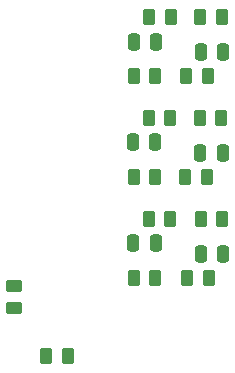
<source format=gbp>
G04 #@! TF.GenerationSoftware,KiCad,Pcbnew,(6.0.6)*
G04 #@! TF.CreationDate,2022-08-29T15:05:00+02:00*
G04 #@! TF.ProjectId,analog-buffer-six-channels,616e616c-6f67-42d6-9275-666665722d73,rev?*
G04 #@! TF.SameCoordinates,Original*
G04 #@! TF.FileFunction,Paste,Bot*
G04 #@! TF.FilePolarity,Positive*
%FSLAX46Y46*%
G04 Gerber Fmt 4.6, Leading zero omitted, Abs format (unit mm)*
G04 Created by KiCad (PCBNEW (6.0.6)) date 2022-08-29 15:05:00*
%MOMM*%
%LPD*%
G01*
G04 APERTURE LIST*
G04 Aperture macros list*
%AMRoundRect*
0 Rectangle with rounded corners*
0 $1 Rounding radius*
0 $2 $3 $4 $5 $6 $7 $8 $9 X,Y pos of 4 corners*
0 Add a 4 corners polygon primitive as box body*
4,1,4,$2,$3,$4,$5,$6,$7,$8,$9,$2,$3,0*
0 Add four circle primitives for the rounded corners*
1,1,$1+$1,$2,$3*
1,1,$1+$1,$4,$5*
1,1,$1+$1,$6,$7*
1,1,$1+$1,$8,$9*
0 Add four rect primitives between the rounded corners*
20,1,$1+$1,$2,$3,$4,$5,0*
20,1,$1+$1,$4,$5,$6,$7,0*
20,1,$1+$1,$6,$7,$8,$9,0*
20,1,$1+$1,$8,$9,$2,$3,0*%
G04 Aperture macros list end*
%ADD10RoundRect,0.250000X0.450000X-0.262500X0.450000X0.262500X-0.450000X0.262500X-0.450000X-0.262500X0*%
%ADD11RoundRect,0.250000X-0.250000X-0.475000X0.250000X-0.475000X0.250000X0.475000X-0.250000X0.475000X0*%
%ADD12RoundRect,0.250000X-0.262500X-0.450000X0.262500X-0.450000X0.262500X0.450000X-0.262500X0.450000X0*%
%ADD13RoundRect,0.250000X0.250000X0.475000X-0.250000X0.475000X-0.250000X-0.475000X0.250000X-0.475000X0*%
G04 APERTURE END LIST*
D10*
X54279800Y-61671200D03*
X54279800Y-59846200D03*
D11*
X70117300Y-57073800D03*
X72017300Y-57073800D03*
D12*
X70104000Y-54152800D03*
X71929000Y-54152800D03*
X70076700Y-37072800D03*
X71901700Y-37072800D03*
X70027800Y-45578800D03*
X71852800Y-45578800D03*
X64416300Y-42051200D03*
X66241300Y-42051200D03*
D11*
X70066500Y-48525200D03*
X71966500Y-48525200D03*
D12*
X64414400Y-50582600D03*
X66239400Y-50582600D03*
D13*
X66353100Y-39141400D03*
X64453100Y-39141400D03*
D12*
X65709800Y-54127400D03*
X67534800Y-54127400D03*
X68857500Y-42051200D03*
X70682500Y-42051200D03*
D13*
X66276900Y-56184800D03*
X64376900Y-56184800D03*
D12*
X68935600Y-59131200D03*
X70760600Y-59131200D03*
X65686300Y-45578800D03*
X67511300Y-45578800D03*
X57024900Y-65735200D03*
X58849900Y-65735200D03*
D11*
X70117300Y-40030400D03*
X72017300Y-40030400D03*
D12*
X64439800Y-59131200D03*
X66264800Y-59131200D03*
X68808600Y-50582600D03*
X70633600Y-50582600D03*
D13*
X66266700Y-47636200D03*
X64366700Y-47636200D03*
D12*
X65733300Y-37072800D03*
X67558300Y-37072800D03*
M02*

</source>
